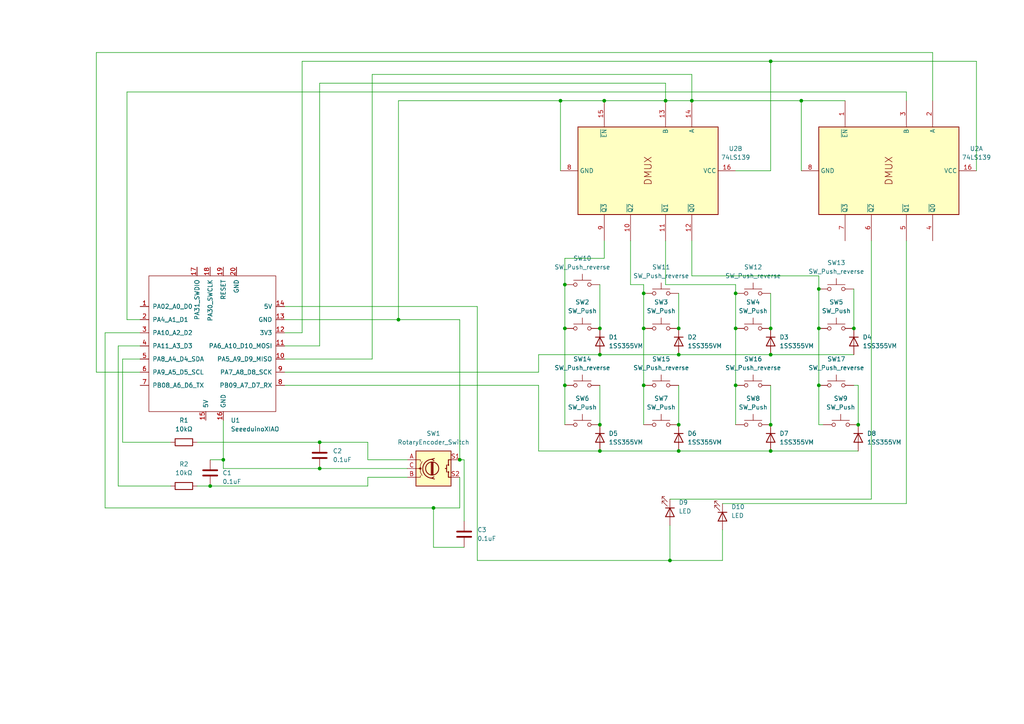
<source format=kicad_sch>
(kicad_sch (version 20250114) (generator "eeschema") (generator_version "9.0")
  (paper "A4")
  (title_block (title "LEFT Parade") (date "2026-01-03") (rev "prototype") (company "EEprotocol"))
  (lib_symbols
    (symbol "74xx_IEEE:74LS139"
      (property "Reference" "U" (at 12.7 22.86 0))
      (property "Value" "74LS139" (at 15.24 -22.86 0))
      (symbol "74LS139_0_0"
        (rectangle (start -12.7 20.32) (end 12.7 -20.32) (stroke (width 0.254)) (fill (type background)))
        (text "DMUX" (at 0 0 0) (effects (font (size 2.032 2.032))))
        (pin power_in line (at 0 25.4 270) (length 5.08) (name "VCC") (number "16"))
        (pin power_in line (at 0 -25.4 90) (length 5.08) (name "GND") (number "8"))
      )
      (symbol "74LS139_1_1"
        (pin input line (at -20.32 12.7 0) (length 7.62) (name "A") (number "2"))
        (pin input line (at -20.32 5.08 0) (length 7.62) (name "B") (number "3"))
        (pin input line (at -20.32 -12.7 0) (length 7.62) (name "~{EN}") (number "1"))
        (pin output line (at 20.32 12.7 180) (length 7.62) (name "~{Q0}") (number "4"))
        (pin output line (at 20.32 5.08 180) (length 7.62) (name "~{Q1}") (number "5"))
        (pin output line (at 20.32 -5.08 180) (length 7.62) (name "~{Q2}") (number "6"))
        (pin output line (at 20.32 -12.7 180) (length 7.62) (name "~{Q3}") (number "7"))
      )
      (symbol "74LS139_2_1"
        (pin input line (at -20.32 12.7 0) (length 7.62) (name "A") (number "14"))
        (pin input line (at -20.32 5.08 0) (length 7.62) (name "B") (number "13"))
        (pin input line (at -20.32 -12.7 0) (length 7.62) (name "~{EN}") (number "15"))
        (pin output line (at 20.32 12.7 180) (length 7.62) (name "~{Q0}") (number "12"))
        (pin output line (at 20.32 5.08 180) (length 7.62) (name "~{Q1}") (number "11"))
        (pin output line (at 20.32 -5.08 180) (length 7.62) (name "~{Q2}") (number "10"))
        (pin output line (at 20.32 -12.7 180) (length 7.62) (name "~{Q3}") (number "9"))
      )
    )
    (symbol "Device:C" (pin_numbers (hide yes)) (pin_names (offset 0.254))
      (property "Reference" "C" (at 0.635 2.54 0))
      (property "Value" "C" (at 0.635 -2.54 0))
      (symbol "C_0_1"
        (polyline (pts (xy -2.032 0.762) (xy 2.032 0.762)) (stroke (width 0.508)))
        (polyline (pts (xy -2.032 -0.762) (xy 2.032 -0.762)) (stroke (width 0.508)))
      )
      (symbol "C_1_1"
        (pin passive line (at 0 3.81 270) (length 2.794) (name "~") (number "1"))
        (pin passive line (at 0 -3.81 90) (length 2.794) (name "~") (number "2"))
      )
    )
    (symbol "Device:LED" (pin_numbers (hide yes)) (pin_names (offset 1.016) (hide yes))
      (property "Reference" "D" (at 0 2.54 0))
      (property "Value" "LED" (at 0 -2.54 0))
      (symbol "LED_0_1"
        (polyline (pts (xy -3.048 -0.762) (xy -4.572 -2.286) (xy -3.81 -2.286) (xy -4.572 -2.286) (xy -4.572 -1.524)))
        (polyline (pts (xy -1.778 -0.762) (xy -3.302 -2.286) (xy -2.54 -2.286) (xy -3.302 -2.286) (xy -3.302 -1.524)))
        (polyline (pts (xy -1.27 0) (xy 1.27 0)))
        (polyline (pts (xy -1.27 -1.27) (xy -1.27 1.27)) (stroke (width 0.254)))
        (polyline (pts (xy 1.27 -1.27) (xy 1.27 1.27) (xy -1.27 0) (xy 1.27 -1.27)) (stroke (width 0.254)))
      )
      (symbol "LED_1_1"
        (pin passive line (at -3.81 0 0) (length 2.54) (name "K") (number "1"))
        (pin passive line (at 3.81 0 180) (length 2.54) (name "A") (number "2"))
      )
    )
    (symbol "Device:R" (pin_numbers (hide yes)) (pin_names (offset 0))
      (property "Reference" "R" (at 2.032 0 90))
      (property "Value" "R" (at 0 0 90))
      (symbol "R_0_1"
        (rectangle (start -1.016 -2.54) (end 1.016 2.54) (stroke (width 0.254)))
      )
      (symbol "R_1_1"
        (pin passive line (at 0 3.81 270) (length 1.27) (name "~") (number "1"))
        (pin passive line (at 0 -3.81 90) (length 1.27) (name "~") (number "2"))
      )
    )
    (symbol "Device:RotaryEncoder_Switch" (pin_names (offset 0.254) (hide yes))
      (property "Reference" "SW" (at 0 6.604 0))
      (property "Value" "RotaryEncoder_Switch" (at 0 -6.604 0))
      (symbol "RotaryEncoder_Switch_0_1"
        (rectangle (start -5.08 5.08) (end 5.08 -5.08) (stroke (width 0.254)) (fill (type background)))
        (polyline (pts (xy -5.08 2.54) (xy -3.81 2.54) (xy -3.81 2.032)))
        (polyline (pts (xy -5.08 0) (xy -3.81 0) (xy -3.81 -1.016) (xy -3.302 -2.032)))
        (polyline (pts (xy -5.08 -2.54) (xy -3.81 -2.54) (xy -3.81 -2.032)))
        (polyline (pts (xy -4.318 0) (xy -3.81 0) (xy -3.81 1.016) (xy -3.302 2.032)))
        (circle (center -3.81 0) (radius 0.254) (fill (type outline)))
        (polyline (pts (xy -0.635 -1.778) (xy -0.635 1.778)) (stroke (width 0.254)))
        (circle (center -0.381 0) (radius 1.905) (stroke (width 0.254)))
        (polyline (pts (xy -0.381 -1.778) (xy -0.381 1.778)) (stroke (width 0.254)))
        (arc (start -0.381 -2.794) (mid -3.0988 -0.0635) (end -0.381 2.667) (stroke (width 0.254)))
        (polyline (pts (xy -0.127 1.778) (xy -0.127 -1.778)) (stroke (width 0.254)))
        (polyline (pts (xy 0.254 2.921) (xy -0.508 2.667) (xy 0.127 2.286)) (stroke (width 0.254)))
        (polyline (pts (xy 0.254 -3.048) (xy -0.508 -2.794) (xy 0.127 -2.413)) (stroke (width 0.254)))
        (polyline (pts (xy 3.81 1.016) (xy 3.81 -1.016)) (stroke (width 0.254)))
        (polyline (pts (xy 3.81 0) (xy 3.429 0)) (stroke (width 0.254)))
        (circle (center 4.318 1.016) (radius 0.127) (stroke (width 0.254)))
        (circle (center 4.318 -1.016) (radius 0.127) (stroke (width 0.254)))
        (polyline (pts (xy 5.08 2.54) (xy 4.318 2.54) (xy 4.318 1.016)) (stroke (width 0.254)))
        (polyline (pts (xy 5.08 -2.54) (xy 4.318 -2.54) (xy 4.318 -1.016)) (stroke (width 0.254)))
      )
      (symbol "RotaryEncoder_Switch_1_1"
        (pin passive line (at -7.62 2.54 0) (length 2.54) (name "A") (number "A"))
        (pin passive line (at -7.62 0 0) (length 2.54) (name "C") (number "C"))
        (pin passive line (at -7.62 -2.54 0) (length 2.54) (name "B") (number "B"))
        (pin passive line (at 7.62 2.54 180) (length 2.54) (name "S1") (number "S1"))
        (pin passive line (at 7.62 -2.54 180) (length 2.54) (name "S2") (number "S2"))
      )
    )
    (symbol "Diode:1SS355VM" (pin_numbers (hide yes)) (pin_names (hide yes))
      (property "Reference" "D" (at 0 2.54 0))
      (property "Value" "1SS355VM" (at 0 -2.54 0))
      (symbol "1SS355VM_0_1"
        (polyline (pts (xy -1.27 1.27) (xy -1.27 -1.27)) (stroke (width 0.254)))
        (polyline (pts (xy 1.27 1.27) (xy 1.27 -1.27) (xy -1.27 0) (xy 1.27 1.27)) (stroke (width 0.254)))
        (polyline (pts (xy 1.27 0) (xy -1.27 0)))
      )
      (symbol "1SS355VM_1_1"
        (pin passive line (at -3.81 0 0) (length 2.54) (name "K") (number "1"))
        (pin passive line (at 3.81 0 180) (length 2.54) (name "A") (number "2"))
      )
    )
    (symbol "Switch:SW_Push" (pin_numbers (hide yes)) (pin_names (offset 1.016) (hide yes))
      (property "Reference" "SW" (at 1.27 2.54 0))
      (property "Value" "SW_Push" (at 0 -1.524 0))
      (symbol "SW_Push_0_1"
        (circle (center -2.032 0) (radius 0.508))
        (polyline (pts (xy 0 1.27) (xy 0 3.048)))
        (circle (center 2.032 0) (radius 0.508))
        (polyline (pts (xy 2.54 1.27) (xy -2.54 1.27)))
        (pin passive line (at -5.08 0 0) (length 2.54) (name "1") (number "1"))
        (pin passive line (at 5.08 0 180) (length 2.54) (name "2") (number "2"))
      )
    )
    (symbol "esp32_xiao:SeeeduinoXIAO" (pin_names (offset 1.016))
      (property "Reference" "U" (at -19.05 22.86 0))
      (property "Value" "SeeeduinoXIAO" (at -12.7 21.59 0))
      (symbol "SeeeduinoXIAO_0_1"
        (rectangle (start -19.05 20.32) (end 17.78 -19.05))
      )
      (symbol "SeeeduinoXIAO_1_1"
        (pin unspecified line (at -21.59 11.43 0) (length 2.54) (name "PA02_A0_D0") (number "1"))
        (pin unspecified line (at -21.59 7.62 0) (length 2.54) (name "PA4_A1_D1") (number "2"))
        (pin unspecified line (at -21.59 3.81 0) (length 2.54) (name "PA10_A2_D2") (number "3"))
        (pin unspecified line (at -21.59 0 0) (length 2.54) (name "PA11_A3_D3") (number "4"))
        (pin unspecified line (at -21.59 -3.81 0) (length 2.54) (name "PA8_A4_D4_SDA") (number "5"))
        (pin unspecified line (at -21.59 -7.62 0) (length 2.54) (name "PA9_A5_D5_SCL") (number "6"))
        (pin unspecified line (at -21.59 -11.43 0) (length 2.54) (name "PB08_A6_D6_TX") (number "7"))
        (pin input line (at -5.08 22.86 270) (length 2.54) (name "PA31_SWDIO") (number "17"))
        (pin input line (at -2.54 -21.59 90) (length 2.54) (name "5V") (number "15"))
        (pin input line (at -1.27 22.86 270) (length 2.54) (name "PA30_SWCLK") (number "18"))
        (pin input line (at 2.54 22.86 270) (length 2.54) (name "RESET") (number "19"))
        (pin input line (at 2.54 -21.59 90) (length 2.54) (name "GND") (number "16"))
        (pin input line (at 6.35 22.86 270) (length 2.54) (name "GND") (number "20"))
        (pin unspecified line (at 20.32 11.43 180) (length 2.54) (name "5V") (number "14"))
        (pin unspecified line (at 20.32 7.62 180) (length 2.54) (name "GND") (number "13"))
        (pin unspecified line (at 20.32 3.81 180) (length 2.54) (name "3V3") (number "12"))
        (pin unspecified line (at 20.32 0 180) (length 2.54) (name "PA6_A10_D10_MOSI") (number "11"))
        (pin unspecified line (at 20.32 -3.81 180) (length 2.54) (name "PA5_A9_D9_MISO") (number "10"))
        (pin unspecified line (at 20.32 -7.62 180) (length 2.54) (name "PA7_A8_D8_SCK") (number "9"))
        (pin unspecified line (at 20.32 -11.43 180) (length 2.54) (name "PB09_A7_D7_RX") (number "8"))
      )
    )
  )
  (junction (at 223.52 123.19))
  (junction (at 92.71 128.27))
  (junction (at 196.85 130.81))
  (junction (at 200.66 29.21))
  (junction (at 173.99 95.25))
  (junction (at 163.83 82.55))
  (junction (at 125.73 147.32))
  (junction (at 175.26 29.21))
  (junction (at 237.49 95.25))
  (junction (at 173.99 102.87))
  (junction (at 173.99 123.19))
  (junction (at 237.49 111.76))
  (junction (at 196.85 102.87))
  (junction (at 213.36 111.76))
  (junction (at 186.69 111.76))
  (junction (at 223.52 95.25))
  (junction (at 237.49 83.82))
  (junction (at 133.35 133.35))
  (junction (at 115.57 92.71))
  (junction (at 193.04 29.21))
  (junction (at 173.99 130.81))
  (junction (at 163.83 95.25))
  (junction (at 60.96 140.97))
  (junction (at 223.52 130.81))
  (junction (at 232.41 29.21))
  (junction (at 213.36 95.25))
  (junction (at 196.85 123.19))
  (junction (at 186.69 85.09))
  (junction (at 248.92 123.19))
  (junction (at 186.69 95.25))
  (junction (at 196.85 95.25))
  (junction (at 213.36 85.09))
  (junction (at 162.56 29.21))
  (junction (at 194.31 162.56))
  (junction (at 163.83 111.76))
  (junction (at 223.52 102.87))
  (junction (at 223.52 17.78))
  (junction (at 247.65 95.25))
  (junction (at 64.77 133.35))
  (junction (at 92.71 135.89))
  (wire (pts (xy 27.94 15.24) (xy 27.94 107.95)))
  (wire (pts (xy 213.36 111.76) (xy 213.36 123.19)))
  (wire (pts (xy 133.35 92.71) (xy 115.57 92.71)))
  (wire (pts (xy 186.69 85.09) (xy 186.69 95.25)))
  (wire (pts (xy 30.48 96.52) (xy 30.48 147.32)))
  (wire (pts (xy 156.21 111.76) (xy 156.21 130.81)))
  (wire (pts (xy 106.68 140.97) (xy 60.96 140.97)))
  (wire (pts (xy 35.56 104.14) (xy 40.64 104.14)))
  (wire (pts (xy 115.57 92.71) (xy 82.55 92.71)))
  (wire (pts (xy 209.55 153.67) (xy 209.55 162.56)))
  (wire (pts (xy 193.04 24.13) (xy 92.71 24.13)))
  (wire (pts (xy 175.26 29.21) (xy 193.04 29.21)))
  (wire (pts (xy 252.73 144.78) (xy 194.31 144.78)))
  (wire (pts (xy 133.35 133.35) (xy 134.62 133.35)))
  (wire (pts (xy 262.89 26.67) (xy 36.83 26.67)))
  (wire (pts (xy 64.77 135.89) (xy 64.77 133.35)))
  (wire (pts (xy 194.31 152.4) (xy 194.31 162.56)))
  (wire (pts (xy 223.52 130.81) (xy 248.92 130.81)))
  (wire (pts (xy 213.36 85.09) (xy 213.36 95.25)))
  (wire (pts (xy 196.85 111.76) (xy 196.85 123.19)))
  (wire (pts (xy 248.92 111.76) (xy 248.92 123.19)))
  (wire (pts (xy 163.83 111.76) (xy 163.83 123.19)))
  (wire (pts (xy 106.68 138.43) (xy 106.68 140.97)))
  (wire (pts (xy 175.26 29.21) (xy 162.56 29.21)))
  (wire (pts (xy 200.66 69.85) (xy 200.66 80.01)))
  (wire (pts (xy 107.95 21.59) (xy 107.95 104.14)))
  (wire (pts (xy 133.35 133.35) (xy 133.35 92.71)))
  (wire (pts (xy 237.49 111.76) (xy 237.49 123.19)))
  (wire (pts (xy 133.35 147.32) (xy 133.35 138.43)))
  (wire (pts (xy 156.21 107.95) (xy 156.21 102.87)))
  (wire (pts (xy 262.89 146.05) (xy 209.55 146.05)))
  (wire (pts (xy 175.26 74.93) (xy 175.26 69.85)))
  (wire (pts (xy 247.65 83.82) (xy 247.65 95.25)))
  (wire (pts (xy 186.69 111.76) (xy 186.69 123.19)))
  (wire (pts (xy 162.56 29.21) (xy 115.57 29.21)))
  (wire (pts (xy 49.53 128.27) (xy 35.56 128.27)))
  (wire (pts (xy 193.04 29.21) (xy 193.04 24.13)))
  (wire (pts (xy 223.52 111.76) (xy 223.52 123.19)))
  (wire (pts (xy 118.11 135.89) (xy 92.71 135.89)))
  (wire (pts (xy 237.49 83.82) (xy 237.49 95.25)))
  (wire (pts (xy 232.41 29.21) (xy 232.41 49.53)))
  (wire (pts (xy 49.53 140.97) (xy 34.29 140.97)))
  (wire (pts (xy 118.11 138.43) (xy 106.68 138.43)))
  (wire (pts (xy 247.65 111.76) (xy 248.92 111.76)))
  (wire (pts (xy 223.52 17.78) (xy 283.21 17.78)))
  (wire (pts (xy 125.73 147.32) (xy 133.35 147.32)))
  (wire (pts (xy 118.11 133.35) (xy 106.68 133.35)))
  (wire (pts (xy 82.55 88.9) (xy 138.43 88.9)))
  (wire (pts (xy 36.83 26.67) (xy 36.83 92.71)))
  (wire (pts (xy 106.68 133.35) (xy 106.68 128.27)))
  (wire (pts (xy 87.63 96.52) (xy 82.55 96.52)))
  (wire (pts (xy 107.95 104.14) (xy 82.55 104.14)))
  (wire (pts (xy 200.66 21.59) (xy 107.95 21.59)))
  (wire (pts (xy 193.04 82.55) (xy 213.36 82.55)))
  (wire (pts (xy 163.83 95.25) (xy 163.83 111.76)))
  (wire (pts (xy 213.36 82.55) (xy 213.36 85.09)))
  (wire (pts (xy 173.99 130.81) (xy 196.85 130.81)))
  (wire (pts (xy 196.85 85.09) (xy 196.85 95.25)))
  (wire (pts (xy 134.62 133.35) (xy 134.62 151.13)))
  (wire (pts (xy 186.69 95.25) (xy 186.69 111.76)))
  (wire (pts (xy 125.73 147.32) (xy 125.73 158.75)))
  (wire (pts (xy 138.43 88.9) (xy 138.43 162.56)))
  (wire (pts (xy 173.99 82.55) (xy 173.99 95.25)))
  (wire (pts (xy 223.52 85.09) (xy 223.52 95.25)))
  (wire (pts (xy 262.89 29.21) (xy 262.89 26.67)))
  (wire (pts (xy 138.43 162.56) (xy 194.31 162.56)))
  (wire (pts (xy 60.96 140.97) (xy 57.15 140.97)))
  (wire (pts (xy 163.83 74.93) (xy 175.26 74.93)))
  (wire (pts (xy 27.94 107.95) (xy 40.64 107.95)))
  (wire (pts (xy 173.99 102.87) (xy 196.85 102.87)))
  (wire (pts (xy 186.69 82.55) (xy 186.69 85.09)))
  (wire (pts (xy 193.04 29.21) (xy 200.66 29.21)))
  (wire (pts (xy 213.36 49.53) (xy 223.52 49.53)))
  (wire (pts (xy 30.48 147.32) (xy 125.73 147.32)))
  (wire (pts (xy 36.83 92.71) (xy 40.64 92.71)))
  (wire (pts (xy 60.96 133.35) (xy 64.77 133.35)))
  (wire (pts (xy 182.88 69.85) (xy 182.88 82.55)))
  (wire (pts (xy 82.55 111.76) (xy 156.21 111.76)))
  (wire (pts (xy 92.71 135.89) (xy 64.77 135.89)))
  (wire (pts (xy 194.31 162.56) (xy 209.55 162.56)))
  (wire (pts (xy 223.52 17.78) (xy 87.63 17.78)))
  (wire (pts (xy 237.49 123.19) (xy 238.76 123.19)))
  (wire (pts (xy 245.11 29.21) (xy 232.41 29.21)))
  (wire (pts (xy 196.85 102.87) (xy 223.52 102.87)))
  (wire (pts (xy 223.52 102.87) (xy 247.65 102.87)))
  (wire (pts (xy 34.29 100.33) (xy 40.64 100.33)))
  (wire (pts (xy 106.68 128.27) (xy 92.71 128.27)))
  (wire (pts (xy 237.49 95.25) (xy 237.49 111.76)))
  (wire (pts (xy 283.21 17.78) (xy 283.21 49.53)))
  (wire (pts (xy 82.55 107.95) (xy 156.21 107.95)))
  (wire (pts (xy 156.21 102.87) (xy 173.99 102.87)))
  (wire (pts (xy 34.29 140.97) (xy 34.29 100.33)))
  (wire (pts (xy 64.77 133.35) (xy 64.77 121.92)))
  (wire (pts (xy 125.73 158.75) (xy 134.62 158.75)))
  (wire (pts (xy 115.57 29.21) (xy 115.57 92.71)))
  (wire (pts (xy 82.55 100.33) (xy 92.71 100.33)))
  (wire (pts (xy 162.56 29.21) (xy 162.56 49.53)))
  (wire (pts (xy 262.89 69.85) (xy 262.89 146.05)))
  (wire (pts (xy 270.51 15.24) (xy 27.94 15.24)))
  (wire (pts (xy 213.36 95.25) (xy 213.36 111.76)))
  (wire (pts (xy 35.56 128.27) (xy 35.56 104.14)))
  (wire (pts (xy 173.99 111.76) (xy 173.99 123.19)))
  (wire (pts (xy 163.83 95.25) (xy 163.83 82.55)))
  (wire (pts (xy 193.04 69.85) (xy 193.04 82.55)))
  (wire (pts (xy 237.49 80.01) (xy 237.49 83.82)))
  (wire (pts (xy 92.71 24.13) (xy 92.71 100.33)))
  (wire (pts (xy 87.63 17.78) (xy 87.63 96.52)))
  (wire (pts (xy 200.66 29.21) (xy 200.66 21.59)))
  (wire (pts (xy 182.88 82.55) (xy 186.69 82.55)))
  (wire (pts (xy 92.71 128.27) (xy 57.15 128.27)))
  (wire (pts (xy 270.51 29.21) (xy 270.51 15.24)))
  (wire (pts (xy 200.66 80.01) (xy 237.49 80.01)))
  (wire (pts (xy 200.66 29.21) (xy 232.41 29.21)))
  (wire (pts (xy 156.21 130.81) (xy 173.99 130.81)))
  (wire (pts (xy 196.85 130.81) (xy 223.52 130.81)))
  (wire (pts (xy 163.83 82.55) (xy 163.83 74.93)))
  (wire (pts (xy 40.64 96.52) (xy 30.48 96.52)))
  (wire (pts (xy 252.73 69.85) (xy 252.73 144.78)))
  (wire (pts (xy 223.52 49.53) (xy 223.52 17.78)))
  (symbol (lib_id "Switch:SW_Push") (at 242.57 95.25 0) (unit 1)
    (property "Reference" "SW5" (at 242.57 87.63 0))
    (property "Value" "SW_Push" (at 242.57 90.17 0))
    (property "Footprint" "Button_Switch_Keyboard:SW_Cherry_MX_1.00u_PCB" (effects (hide yes)))
    (property "Description" "Push button switch, generic, two pins" (effects (hide yes)))
  )
  (symbol (lib_id "Device:LED") (at 194.31 148.59 270) (unit 1)
    (property "Reference" "D9" (at 196.85 145.7324 90) (effects (justify left)))
    (property "Value" "LED" (at 196.85 148.2724 90) (effects (justify left)))
    (property "Footprint" "LED_THT:LED_D3.0mm_Clear" (effects (hide yes)))
    (property "Description" "Light emitting diode" (effects (hide yes)))
    (property "Sim.Pins" "1=K 2=A" (effects (hide yes)))
  )
  (symbol (lib_id "Switch:SW_Push") (at 218.44 85.09 0) (unit 1)
    (property "Reference" "SW12" (at 218.44 77.47 0))
    (property "Value" "SW_Push_reverse" (at 218.44 80.01 0))
    (property "Footprint" "esp32_xiao:SW_Cherry_MX_1.00u_PCB_reverse" (effects (hide yes)))
    (property "Description" "Push button switch, generic, two pins" (effects (hide yes)))
  )
  (symbol (lib_id "Switch:SW_Push") (at 168.91 111.76 0) (unit 1)
    (property "Reference" "SW14" (at 168.91 104.14 0))
    (property "Value" "SW_Push_reverse" (at 168.91 106.68 0))
    (property "Footprint" "esp32_xiao:SW_Cherry_MX_1.00u_PCB_reverse" (effects (hide yes)))
    (property "Description" "Push button switch, generic, two pins" (effects (hide yes)))
  )
  (symbol (lib_id "Switch:SW_Push") (at 243.84 123.19 0) (unit 1)
    (property "Reference" "SW9" (at 243.84 115.57 0))
    (property "Value" "SW_Push" (at 243.84 118.11 0))
    (property "Footprint" "Button_Switch_Keyboard:SW_Cherry_MX_1.00u_PCB" (effects (hide yes)))
    (property "Description" "Push button switch, generic, two pins" (effects (hide yes)))
  )
  (symbol (lib_id "74xx_IEEE:74LS139") (at 257.81 49.53 270) (unit 1)
    (property "Reference" "U2" (at 283.21 43.1098 90))
    (property "Value" "74LS139" (at 283.21 45.6498 90))
    (property "Footprint" "Package_DIP:CERDIP-16_W7.62mm_SideBrazed" (effects (hide yes)))
    (property "Datasheet" "http://www.ti.com/lit/ds/symlink/sn74ls139a.pdf" (effects (hide yes)))
    (property "Description" "Dual Decoder 1 of 4, Active low outputs" (effects (hide yes)))
  )
  (symbol (lib_id "esp32_xiao:SeeeduinoXIAO") (at 62.23 100.33 0) (unit 1)
    (property "Reference" "U1" (at 66.9133 121.92 0) (effects (justify left)))
    (property "Value" "SeeeduinoXIAO" (at 66.9133 124.46 0) (effects (justify left)))
    (property "Footprint" "esp32_xiao:ESP32C3_Footprint" (effects (hide yes)))
  )
  (symbol (lib_id "Switch:SW_Push") (at 191.77 111.76 0) (unit 1)
    (property "Reference" "SW15" (at 191.77 104.14 0))
    (property "Value" "SW_Push_reverse" (at 191.77 106.68 0))
    (property "Footprint" "esp32_xiao:SW_Cherry_MX_1.00u_PCB_reverse" (effects (hide yes)))
    (property "Description" "Push button switch, generic, two pins" (effects (hide yes)))
  )
  (symbol (lib_id "Switch:SW_Push") (at 191.77 85.09 0) (unit 1)
    (property "Reference" "SW11" (at 191.77 77.47 0))
    (property "Value" "SW_Push_reverse" (at 191.77 80.01 0))
    (property "Footprint" "esp32_xiao:SW_Cherry_MX_1.00u_PCB_reverse" (effects (hide yes)))
    (property "Description" "Push button switch, generic, two pins" (effects (hide yes)))
  )
  (symbol (lib_id "Device:R") (at 53.34 140.97 90) (unit 1)
    (property "Reference" "R2" (at 53.34 134.62 90))
    (property "Value" "10kΩ" (at 53.34 137.16 90))
    (property "Footprint" "Resistor_THT:R_Axial_DIN0207_L6.3mm_D2.5mm_P10.16mm_Horizontal" (effects (hide yes)))
    (property "Description" "Resistor" (effects (hide yes)))
  )
  (symbol (lib_id "Switch:SW_Push") (at 218.44 95.25 0) (unit 1)
    (property "Reference" "SW4" (at 218.44 87.63 0))
    (property "Value" "SW_Push" (at 218.44 90.17 0))
    (property "Footprint" "Button_Switch_Keyboard:SW_Cherry_MX_1.00u_PCB" (effects (hide yes)))
    (property "Description" "Push button switch, generic, two pins" (effects (hide yes)))
  )
  (symbol (lib_id "Switch:SW_Push") (at 242.57 83.82 0) (unit 1)
    (property "Reference" "SW13" (at 242.57 76.2 0))
    (property "Value" "SW_Push_reverse" (at 242.57 78.74 0))
    (property "Footprint" "esp32_xiao:SW_Cherry_MX_1.00u_PCB_reverse" (effects (hide yes)))
    (property "Description" "Push button switch, generic, two pins" (effects (hide yes)))
  )
  (symbol (lib_id "Switch:SW_Push") (at 218.44 111.76 0) (unit 1)
    (property "Reference" "SW16" (at 218.44 104.14 0))
    (property "Value" "SW_Push_reverse" (at 218.44 106.68 0))
    (property "Footprint" "esp32_xiao:SW_Cherry_MX_1.00u_PCB_reverse" (effects (hide yes)))
    (property "Description" "Push button switch, generic, two pins" (effects (hide yes)))
  )
  (symbol (lib_id "Switch:SW_Push") (at 242.57 111.76 0) (unit 1)
    (property "Reference" "SW17" (at 242.57 104.14 0))
    (property "Value" "SW_Push_reverse" (at 242.57 106.68 0))
    (property "Footprint" "esp32_xiao:SW_Cherry_MX_1.00u_PCB_reverse" (effects (hide yes)))
    (property "Description" "Push button switch, generic, two pins" (effects (hide yes)))
  )
  (symbol (lib_id "Device:LED") (at 209.55 149.86 270) (unit 1)
    (property "Reference" "D10" (at 212.09 147.0024 90) (effects (justify left)))
    (property "Value" "LED" (at 212.09 149.5424 90) (effects (justify left)))
    (property "Footprint" "LED_THT:LED_D3.0mm_Clear" (effects (hide yes)))
    (property "Description" "Light emitting diode" (effects (hide yes)))
    (property "Sim.Pins" "1=K 2=A" (effects (hide yes)))
  )
  (symbol (lib_id "Switch:SW_Push") (at 191.77 123.19 0) (unit 1)
    (property "Reference" "SW7" (at 191.77 115.57 0))
    (property "Value" "SW_Push" (at 191.77 118.11 0))
    (property "Footprint" "Button_Switch_Keyboard:SW_Cherry_MX_1.00u_PCB" (effects (hide yes)))
    (property "Description" "Push button switch, generic, two pins" (effects (hide yes)))
  )
  (symbol (lib_id "Diode:1SS355VM") (at 223.52 99.06 270) (unit 1)
    (property "Reference" "D3" (at 226.06 97.7899 90) (effects (justify left)))
    (property "Value" "1SS355VM" (at 226.06 100.3299 90) (effects (justify left)))
    (property "Footprint" "Diode_THT:D_A-405_P7.62mm_Horizontal" (effects (hide yes)))
    (property "Datasheet" "https://fscdn.rohm.com/en/products/databook/datasheet/discrete/diode/switching/1ss355vmte-17-e.pdf" (effects (hide yes)))
    (property "Description" "90V 0.1A high speed switching Diode, SOD-323F" (effects (hide yes)))
    (property "Sim.Device" "D" (effects (hide yes)))
    (property "Sim.Pins" "1=K 2=A" (effects (hide yes)))
  )
  (symbol (lib_id "Diode:1SS355VM") (at 173.99 127 270) (unit 1)
    (property "Reference" "D5" (at 176.53 125.7299 90) (effects (justify left)))
    (property "Value" "1SS355VM" (at 176.53 128.2699 90) (effects (justify left)))
    (property "Footprint" "Diode_THT:D_A-405_P7.62mm_Horizontal" (effects (hide yes)))
    (property "Datasheet" "https://fscdn.rohm.com/en/products/databook/datasheet/discrete/diode/switching/1ss355vmte-17-e.pdf" (effects (hide yes)))
    (property "Description" "90V 0.1A high speed switching Diode, SOD-323F" (effects (hide yes)))
    (property "Sim.Device" "D" (effects (hide yes)))
    (property "Sim.Pins" "1=K 2=A" (effects (hide yes)))
  )
  (symbol (lib_id "Device:C") (at 134.62 154.94 0) (unit 1)
    (property "Reference" "C3" (at 138.43 153.6699 0) (effects (justify left)))
    (property "Value" "0.1uF" (at 138.43 156.2099 0) (effects (justify left)))
    (property "Footprint" "Capacitor_THT:C_Axial_L5.1mm_D3.1mm_P7.50mm_Horizontal" (effects (hide yes)))
    (property "Description" "Unpolarized capacitor" (effects (hide yes)))
  )
  (symbol (lib_id "Diode:1SS355VM") (at 223.52 127 270) (unit 1)
    (property "Reference" "D7" (at 226.06 125.7299 90) (effects (justify left)))
    (property "Value" "1SS355VM" (at 226.06 128.2699 90) (effects (justify left)))
    (property "Footprint" "Diode_THT:D_A-405_P7.62mm_Horizontal" (effects (hide yes)))
    (property "Datasheet" "https://fscdn.rohm.com/en/products/databook/datasheet/discrete/diode/switching/1ss355vmte-17-e.pdf" (effects (hide yes)))
    (property "Description" "90V 0.1A high speed switching Diode, SOD-323F" (effects (hide yes)))
    (property "Sim.Device" "D" (effects (hide yes)))
    (property "Sim.Pins" "1=K 2=A" (effects (hide yes)))
  )
  (symbol (lib_id "74xx_IEEE:74LS139") (at 187.96 49.53 270) (unit 2)
    (property "Reference" "U2" (at 213.36 43.1098 90))
    (property "Value" "74LS139" (at 213.36 45.6498 90))
    (property "Footprint" "Package_DIP:CERDIP-16_W7.62mm_SideBrazed" (effects (hide yes)))
    (property "Datasheet" "http://www.ti.com/lit/ds/symlink/sn74ls139a.pdf" (effects (hide yes)))
    (property "Description" "Dual Decoder 1 of 4, Active low outputs" (effects (hide yes)))
  )
  (symbol (lib_id "Switch:SW_Push") (at 191.77 95.25 0) (unit 1)
    (property "Reference" "SW3" (at 191.77 87.63 0))
    (property "Value" "SW_Push" (at 191.77 90.17 0))
    (property "Footprint" "Button_Switch_Keyboard:SW_Cherry_MX_1.00u_PCB" (effects (hide yes)))
    (property "Description" "Push button switch, generic, two pins" (effects (hide yes)))
  )
  (symbol (lib_id "Switch:SW_Push") (at 168.91 95.25 0) (unit 1)
    (property "Reference" "SW2" (at 168.91 87.63 0))
    (property "Value" "SW_Push" (at 168.91 90.17 0))
    (property "Footprint" "Button_Switch_Keyboard:SW_Cherry_MX_1.00u_PCB" (effects (hide yes)))
    (property "Description" "Push button switch, generic, two pins" (effects (hide yes)))
  )
  (symbol (lib_id "Switch:SW_Push") (at 168.91 82.55 0) (unit 1)
    (property "Reference" "SW10" (at 168.91 74.93 0))
    (property "Value" "SW_Push_reverse" (at 168.91 77.47 0))
    (property "Footprint" "esp32_xiao:SW_Cherry_MX_1.00u_PCB_reverse" (effects (hide yes)))
    (property "Description" "Push button switch, generic, two pins" (effects (hide yes)))
  )
  (symbol (lib_id "Device:R") (at 53.34 128.27 90) (unit 1)
    (property "Reference" "R1" (at 53.34 121.92 90))
    (property "Value" "10kΩ" (at 53.34 124.46 90))
    (property "Footprint" "Resistor_THT:R_Axial_DIN0207_L6.3mm_D2.5mm_P10.16mm_Horizontal" (effects (hide yes)))
    (property "Description" "Resistor" (effects (hide yes)))
  )
  (symbol (lib_id "Device:C") (at 60.96 137.16 0) (unit 1)
    (property "Reference" "C1" (at 64.516 137.16 0) (effects (justify left)))
    (property "Value" "0.1uF" (at 64.516 139.7 0) (effects (justify left)))
    (property "Footprint" "Capacitor_THT:C_Axial_L5.1mm_D3.1mm_P7.50mm_Horizontal" (effects (hide yes)))
    (property "Description" "Unpolarized capacitor" (effects (hide yes)))
  )
  (symbol (lib_id "Diode:1SS355VM") (at 196.85 127 270) (unit 1)
    (property "Reference" "D6" (at 199.39 125.7299 90) (effects (justify left)))
    (property "Value" "1SS355VM" (at 199.39 128.2699 90) (effects (justify left)))
    (property "Footprint" "Diode_THT:D_A-405_P7.62mm_Horizontal" (effects (hide yes)))
    (property "Datasheet" "https://fscdn.rohm.com/en/products/databook/datasheet/discrete/diode/switching/1ss355vmte-17-e.pdf" (effects (hide yes)))
    (property "Description" "90V 0.1A high speed switching Diode, SOD-323F" (effects (hide yes)))
    (property "Sim.Device" "D" (effects (hide yes)))
    (property "Sim.Pins" "1=K 2=A" (effects (hide yes)))
  )
  (symbol (lib_id "Diode:1SS355VM") (at 196.85 99.06 270) (unit 1)
    (property "Reference" "D2" (at 199.39 97.7899 90) (effects (justify left)))
    (property "Value" "1SS355VM" (at 199.39 100.3299 90) (effects (justify left)))
    (property "Footprint" "Diode_THT:D_A-405_P7.62mm_Horizontal" (effects (hide yes)))
    (property "Datasheet" "https://fscdn.rohm.com/en/products/databook/datasheet/discrete/diode/switching/1ss355vmte-17-e.pdf" (effects (hide yes)))
    (property "Description" "90V 0.1A high speed switching Diode, SOD-323F" (effects (hide yes)))
    (property "Sim.Device" "D" (effects (hide yes)))
    (property "Sim.Pins" "1=K 2=A" (effects (hide yes)))
  )
  (symbol (lib_id "Device:RotaryEncoder_Switch") (at 125.73 135.89 0) (unit 1)
    (property "Reference" "SW1" (at 125.73 125.73 0))
    (property "Value" "RotaryEncoder_Switch" (at 125.73 128.27 0))
    (property "Footprint" "Rotary_Encoder:RotaryEncoder_Alps_EC12E-Switch_Vertical_H20mm" (effects (hide yes)))
    (property "Description" "Rotary encoder, dual channel, incremental quadrate outputs, with switch" (effects (hide yes)))
  )
  (symbol (lib_id "Switch:SW_Push") (at 218.44 123.19 0) (unit 1)
    (property "Reference" "SW8" (at 218.44 115.57 0))
    (property "Value" "SW_Push" (at 218.44 118.11 0))
    (property "Footprint" "Button_Switch_Keyboard:SW_Cherry_MX_1.00u_PCB" (effects (hide yes)))
    (property "Description" "Push button switch, generic, two pins" (effects (hide yes)))
  )
  (symbol (lib_id "Device:C") (at 92.71 132.08 0) (unit 1)
    (property "Reference" "C2" (at 96.52 130.8099 0) (effects (justify left)))
    (property "Value" "0.1uF" (at 96.52 133.3499 0) (effects (justify left)))
    (property "Footprint" "Capacitor_THT:C_Axial_L5.1mm_D3.1mm_P7.50mm_Horizontal" (effects (hide yes)))
    (property "Description" "Unpolarized capacitor" (effects (hide yes)))
  )
  (symbol (lib_id "Switch:SW_Push") (at 168.91 123.19 0) (unit 1)
    (property "Reference" "SW6" (at 168.91 115.57 0))
    (property "Value" "SW_Push" (at 168.91 118.11 0))
    (property "Footprint" "Button_Switch_Keyboard:SW_Cherry_MX_1.00u_PCB" (effects (hide yes)))
    (property "Description" "Push button switch, generic, two pins" (effects (hide yes)))
  )
  (symbol (lib_id "Diode:1SS355VM") (at 173.99 99.06 270) (unit 1)
    (property "Reference" "D1" (at 176.53 97.7899 90) (effects (justify left)))
    (property "Value" "1SS355VM" (at 176.53 100.3299 90) (effects (justify left)))
    (property "Footprint" "Diode_THT:D_A-405_P7.62mm_Horizontal" (effects (hide yes)))
    (property "Datasheet" "https://fscdn.rohm.com/en/products/databook/datasheet/discrete/diode/switching/1ss355vmte-17-e.pdf" (effects (hide yes)))
    (property "Description" "90V 0.1A high speed switching Diode, SOD-323F" (effects (hide yes)))
    (property "Sim.Device" "D" (effects (hide yes)))
    (property "Sim.Pins" "1=K 2=A" (effects (hide yes)))
  )
  (symbol (lib_id "Diode:1SS355VM") (at 248.92 127 270) (unit 1)
    (property "Reference" "D8" (at 251.46 125.7299 90) (effects (justify left)))
    (property "Value" "1SS355VM" (at 251.46 128.2699 90) (effects (justify left)))
    (property "Footprint" "Diode_THT:D_A-405_P7.62mm_Horizontal" (effects (hide yes)))
    (property "Datasheet" "https://fscdn.rohm.com/en/products/databook/datasheet/discrete/diode/switching/1ss355vmte-17-e.pdf" (effects (hide yes)))
    (property "Description" "90V 0.1A high speed switching Diode, SOD-323F" (effects (hide yes)))
    (property "Sim.Device" "D" (effects (hide yes)))
    (property "Sim.Pins" "1=K 2=A" (effects (hide yes)))
  )
  (symbol (lib_id "Diode:1SS355VM") (at 247.65 99.06 270) (unit 1)
    (property "Reference" "D4" (at 250.19 97.7899 90) (effects (justify left)))
    (property "Value" "1SS355VM" (at 250.19 100.3299 90) (effects (justify left)))
    (property "Footprint" "Diode_THT:D_A-405_P7.62mm_Horizontal" (effects (hide yes)))
    (property "Datasheet" "https://fscdn.rohm.com/en/products/databook/datasheet/discrete/diode/switching/1ss355vmte-17-e.pdf" (effects (hide yes)))
    (property "Description" "90V 0.1A high speed switching Diode, SOD-323F" (effects (hide yes)))
    (property "Sim.Device" "D" (effects (hide yes)))
    (property "Sim.Pins" "1=K 2=A" (effects (hide yes)))
  )
)
</source>
